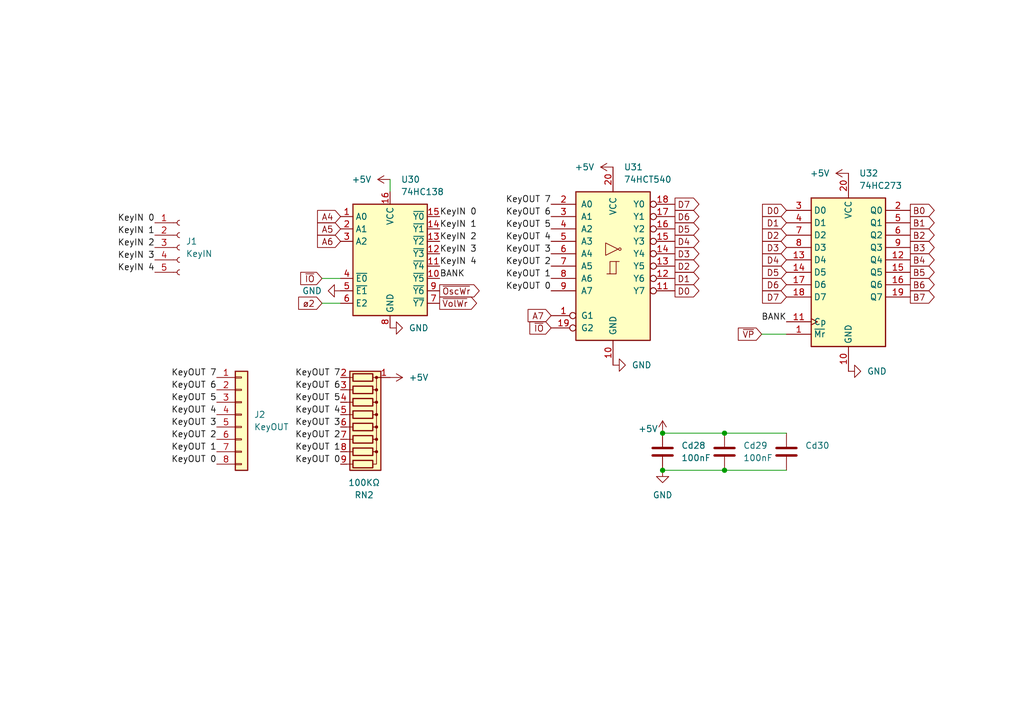
<source format=kicad_sch>
(kicad_sch (version 20231120) (generator "eeschema") (generator_version "8.0")
  (paper "A5")
  (title_block (title "I/O"))
  (lib_symbols
    (symbol "74xx:74AHC273"
      (property "Reference" "U" (at -7.62 16.51 0))
      (property "Value" "74AHC273" (at -7.62 -16.51 0))
      (symbol "74AHC273_1_0"
        (pin input line (at -12.7 -12.7 0) (length 5.08) (name "~{Mr}") (number "1"))
        (pin power_in line (at 0 -20.32 90) (length 5.08) (name "GND") (number "10"))
        (pin input clock (at -12.7 -10.16 0) (length 5.08) (name "Cp") (number "11"))
        (pin output line (at 12.7 2.54 180) (length 5.08) (name "Q4") (number "12"))
        (pin input line (at -12.7 2.54 0) (length 5.08) (name "D4") (number "13"))
        (pin input line (at -12.7 0 0) (length 5.08) (name "D5") (number "14"))
        (pin output line (at 12.7 0 180) (length 5.08) (name "Q5") (number "15"))
        (pin output line (at 12.7 -2.54 180) (length 5.08) (name "Q6") (number "16"))
        (pin input line (at -12.7 -2.54 0) (length 5.08) (name "D6") (number "17"))
        (pin input line (at -12.7 -5.08 0) (length 5.08) (name "D7") (number "18"))
        (pin output line (at 12.7 -5.08 180) (length 5.08) (name "Q7") (number "19"))
        (pin output line (at 12.7 12.7 180) (length 5.08) (name "Q0") (number "2"))
        (pin power_in line (at 0 20.32 270) (length 5.08) (name "VCC") (number "20"))
        (pin input line (at -12.7 12.7 0) (length 5.08) (name "D0") (number "3"))
        (pin input line (at -12.7 10.16 0) (length 5.08) (name "D1") (number "4"))
        (pin output line (at 12.7 10.16 180) (length 5.08) (name "Q1") (number "5"))
        (pin output line (at 12.7 7.62 180) (length 5.08) (name "Q2") (number "6"))
        (pin input line (at -12.7 7.62 0) (length 5.08) (name "D2") (number "7"))
        (pin input line (at -12.7 5.08 0) (length 5.08) (name "D3") (number "8"))
        (pin output line (at 12.7 5.08 180) (length 5.08) (name "Q3") (number "9"))
      )
      (symbol "74AHC273_1_1"
        (rectangle (start -7.62 15.24) (end 7.62 -15.24) (stroke (width 0.254)) (fill (type background)))
      )
    )
    (symbol "74xx:74HC138"
      (property "Reference" "U" (at -7.62 13.97 0))
      (property "Value" "74HC138" (at 2.54 -11.43 0))
      (symbol "74HC138_0_1"
        (rectangle (start -7.62 12.7) (end 7.62 -10.16) (stroke (width 0.254)) (fill (type background)))
      )
      (symbol "74HC138_1_1"
        (pin input line (at -10.16 10.16 0) (length 2.54) (name "A0") (number "1"))
        (pin output line (at 10.16 -2.54 180) (length 2.54) (name "~{Y5}") (number "10"))
        (pin output line (at 10.16 0 180) (length 2.54) (name "~{Y4}") (number "11"))
        (pin output line (at 10.16 2.54 180) (length 2.54) (name "~{Y3}") (number "12"))
        (pin output line (at 10.16 5.08 180) (length 2.54) (name "~{Y2}") (number "13"))
        (pin output line (at 10.16 7.62 180) (length 2.54) (name "~{Y1}") (number "14"))
        (pin output line (at 10.16 10.16 180) (length 2.54) (name "~{Y0}") (number "15"))
        (pin power_in line (at 0 15.24 270) (length 2.54) (name "VCC") (number "16"))
        (pin input line (at -10.16 7.62 0) (length 2.54) (name "A1") (number "2"))
        (pin input line (at -10.16 5.08 0) (length 2.54) (name "A2") (number "3"))
        (pin input line (at -10.16 -2.54 0) (length 2.54) (name "~{E0}") (number "4"))
        (pin input line (at -10.16 -5.08 0) (length 2.54) (name "~{E1}") (number "5"))
        (pin input line (at -10.16 -7.62 0) (length 2.54) (name "E2") (number "6"))
        (pin output line (at 10.16 -7.62 180) (length 2.54) (name "~{Y7}") (number "7"))
        (pin power_in line (at 0 -12.7 90) (length 2.54) (name "GND") (number "8"))
        (pin output line (at 10.16 -5.08 180) (length 2.54) (name "~{Y6}") (number "9"))
      )
    )
    (symbol "74xx:74LS540" (pin_names (offset 1.016))
      (property "Reference" "U" (at -7.62 16.51 0))
      (property "Value" "74LS540" (at -7.62 -16.51 0))
      (symbol "74LS540_1_0"
        (polyline (pts (xy -0.635 -1.6002) (xy -0.635 0.9398) (xy 0.635 0.9398)))
        (polyline (pts (xy -1.27 -1.6002) (xy 0.635 -1.6002) (xy 0.635 0.9398) (xy 1.27 0.9398)))
        (polyline (pts (xy 1.016 3.4798) (xy -1.524 4.7498) (xy -1.524 2.2098) (xy 1.016 3.4798)) (stroke (width 0.1524)))
        (circle (center 1.397 3.4798) (radius 0.254) (stroke (width 0.1524)))
        (pin input inverted (at -12.7 -10.16 0) (length 5.08) (name "G1") (number "1"))
        (pin power_in line (at 0 -20.32 90) (length 5.08) (name "GND") (number "10"))
        (pin tri_state inverted (at 12.7 -5.08 180) (length 5.08) (name "Y7") (number "11"))
        (pin tri_state inverted (at 12.7 -2.54 180) (length 5.08) (name "Y6") (number "12"))
        (pin tri_state inverted (at 12.7 0 180) (length 5.08) (name "Y5") (number "13"))
        (pin tri_state inverted (at 12.7 2.54 180) (length 5.08) (name "Y4") (number "14"))
        (pin tri_state inverted (at 12.7 5.08 180) (length 5.08) (name "Y3") (number "15"))
        (pin tri_state inverted (at 12.7 7.62 180) (length 5.08) (name "Y2") (number "16"))
        (pin tri_state inverted (at 12.7 10.16 180) (length 5.08) (name "Y1") (number "17"))
        (pin tri_state inverted (at 12.7 12.7 180) (length 5.08) (name "Y0") (number "18"))
        (pin input inverted (at -12.7 -12.7 0) (length 5.08) (name "G2") (number "19"))
        (pin input line (at -12.7 12.7 0) (length 5.08) (name "A0") (number "2"))
        (pin power_in line (at 0 20.32 270) (length 5.08) (name "VCC") (number "20"))
        (pin input line (at -12.7 10.16 0) (length 5.08) (name "A1") (number "3"))
        (pin input line (at -12.7 7.62 0) (length 5.08) (name "A2") (number "4"))
        (pin input line (at -12.7 5.08 0) (length 5.08) (name "A3") (number "5"))
        (pin input line (at -12.7 2.54 0) (length 5.08) (name "A4") (number "6"))
        (pin input line (at -12.7 0 0) (length 5.08) (name "A5") (number "7"))
        (pin input line (at -12.7 -2.54 0) (length 5.08) (name "A6") (number "8"))
        (pin input line (at -12.7 -5.08 0) (length 5.08) (name "A7") (number "9"))
      )
      (symbol "74LS540_1_1"
        (rectangle (start -7.62 15.24) (end 7.62 -15.24) (stroke (width 0.254)) (fill (type background)))
      )
    )
    (symbol "Connector:Conn_01x05_Socket" (pin_names (offset 1.016) hide)
      (property "Reference" "J" (at 0 7.62 0))
      (property "Value" "Conn_01x05_Socket" (at 0 -7.62 0))
      (symbol "Conn_01x05_Socket_1_1"
        (arc (start 0 -4.572) (mid -0.5058 -5.08) (end 0 -5.588) (stroke (width 0.1524)))
        (arc (start 0 -2.032) (mid -0.5058 -2.54) (end 0 -3.048) (stroke (width 0.1524)))
        (polyline (pts (xy -1.27 -5.08) (xy -0.508 -5.08)) (stroke (width 0.1524)))
        (polyline (pts (xy -1.27 -2.54) (xy -0.508 -2.54)) (stroke (width 0.1524)))
        (polyline (pts (xy -1.27 0) (xy -0.508 0)) (stroke (width 0.1524)))
        (polyline (pts (xy -1.27 2.54) (xy -0.508 2.54)) (stroke (width 0.1524)))
        (polyline (pts (xy -1.27 5.08) (xy -0.508 5.08)) (stroke (width 0.1524)))
        (arc (start 0 0.508) (mid -0.5058 0) (end 0 -0.508) (stroke (width 0.1524)))
        (arc (start 0 3.048) (mid -0.5058 2.54) (end 0 2.032) (stroke (width 0.1524)))
        (arc (start 0 5.588) (mid -0.5058 5.08) (end 0 4.572) (stroke (width 0.1524)))
        (pin passive line (at -5.08 5.08 0) (length 3.81) (name "Pin_1") (number "1"))
        (pin passive line (at -5.08 2.54 0) (length 3.81) (name "Pin_2") (number "2"))
        (pin passive line (at -5.08 0 0) (length 3.81) (name "Pin_3") (number "3"))
        (pin passive line (at -5.08 -2.54 0) (length 3.81) (name "Pin_4") (number "4"))
        (pin passive line (at -5.08 -5.08 0) (length 3.81) (name "Pin_5") (number "5"))
      )
    )
    (symbol "Connector_Generic:Conn_01x08" (pin_names (offset 1.016) hide)
      (property "Reference" "J" (at 0 10.16 0))
      (property "Value" "Conn_01x08" (at 0 -12.7 0))
      (symbol "Conn_01x08_1_1"
        (rectangle (start -1.27 -10.033) (end 0 -10.287) (stroke (width 0.1524)))
        (rectangle (start -1.27 -7.493) (end 0 -7.747) (stroke (width 0.1524)))
        (rectangle (start -1.27 -4.953) (end 0 -5.207) (stroke (width 0.1524)))
        (rectangle (start -1.27 -2.413) (end 0 -2.667) (stroke (width 0.1524)))
        (rectangle (start -1.27 0.127) (end 0 -0.127) (stroke (width 0.1524)))
        (rectangle (start -1.27 2.667) (end 0 2.413) (stroke (width 0.1524)))
        (rectangle (start -1.27 5.207) (end 0 4.953) (stroke (width 0.1524)))
        (rectangle (start -1.27 7.747) (end 0 7.493) (stroke (width 0.1524)))
        (rectangle (start -1.27 8.89) (end 1.27 -11.43) (stroke (width 0.254)) (fill (type background)))
        (pin passive line (at -5.08 7.62 0) (length 3.81) (name "Pin_1") (number "1"))
        (pin passive line (at -5.08 5.08 0) (length 3.81) (name "Pin_2") (number "2"))
        (pin passive line (at -5.08 2.54 0) (length 3.81) (name "Pin_3") (number "3"))
        (pin passive line (at -5.08 0 0) (length 3.81) (name "Pin_4") (number "4"))
        (pin passive line (at -5.08 -2.54 0) (length 3.81) (name "Pin_5") (number "5"))
        (pin passive line (at -5.08 -5.08 0) (length 3.81) (name "Pin_6") (number "6"))
        (pin passive line (at -5.08 -7.62 0) (length 3.81) (name "Pin_7") (number "7"))
        (pin passive line (at -5.08 -10.16 0) (length 3.81) (name "Pin_8") (number "8"))
      )
    )
    (symbol "Device:C" (pin_numbers hide) (pin_names (offset 0.254))
      (property "Reference" "C" (at 0.635 2.54 0))
      (property "Value" "C" (at 0.635 -2.54 0))
      (symbol "C_0_1"
        (polyline (pts (xy -2.032 -0.762) (xy 2.032 -0.762)) (stroke (width 0.508)))
        (polyline (pts (xy -2.032 0.762) (xy 2.032 0.762)) (stroke (width 0.508)))
      )
      (symbol "C_1_1"
        (pin passive line (at 0 3.81 270) (length 2.794) (name "~") (number "1"))
        (pin passive line (at 0 -3.81 90) (length 2.794) (name "~") (number "2"))
      )
    )
    (symbol "Device:R_Network08" (pin_names (offset 0) hide)
      (property "Reference" "RN" (at -12.7 0 90))
      (property "Value" "R_Network08" (at 10.16 0 90))
      (symbol "R_Network08_0_1"
        (rectangle (start -11.43 -3.175) (end 8.89 3.175) (stroke (width 0.254)) (fill (type background)))
        (rectangle (start -10.922 1.524) (end -9.398 -2.54) (stroke (width 0.254)))
        (circle (center -10.16 2.286) (radius 0.254) (fill (type outline)))
        (rectangle (start -8.382 1.524) (end -6.858 -2.54) (stroke (width 0.254)))
        (circle (center -7.62 2.286) (radius 0.254) (fill (type outline)))
        (rectangle (start -5.842 1.524) (end -4.318 -2.54) (stroke (width 0.254)))
        (circle (center -5.08 2.286) (radius 0.254) (fill (type outline)))
        (rectangle (start -3.302 1.524) (end -1.778 -2.54) (stroke (width 0.254)))
        (circle (center -2.54 2.286) (radius 0.254) (fill (type outline)))
        (rectangle (start -0.762 1.524) (end 0.762 -2.54) (stroke (width 0.254)))
        (polyline (pts (xy -10.16 -2.54) (xy -10.16 -3.81)))
        (polyline (pts (xy -7.62 -2.54) (xy -7.62 -3.81)))
        (polyline (pts (xy -5.08 -2.54) (xy -5.08 -3.81)))
        (polyline (pts (xy -2.54 -2.54) (xy -2.54 -3.81)))
        (polyline (pts (xy 0 -2.54) (xy 0 -3.81)))
        (polyline (pts (xy 2.54 -2.54) (xy 2.54 -3.81)))
        (polyline (pts (xy 5.08 -2.54) (xy 5.08 -3.81)))
        (polyline (pts (xy 7.62 -2.54) (xy 7.62 -3.81)))
        (polyline (pts (xy -10.16 1.524) (xy -10.16 2.286) (xy -7.62 2.286) (xy -7.62 1.524)))
        (polyline (pts (xy -7.62 1.524) (xy -7.62 2.286) (xy -5.08 2.286) (xy -5.08 1.524)))
        (polyline (pts (xy -5.08 1.524) (xy -5.08 2.286) (xy -2.54 2.286) (xy -2.54 1.524)))
        (polyline (pts (xy -2.54 1.524) (xy -2.54 2.286) (xy 0 2.286) (xy 0 1.524)))
        (polyline (pts (xy 0 1.524) (xy 0 2.286) (xy 2.54 2.286) (xy 2.54 1.524)))
        (polyline (pts (xy 2.54 1.524) (xy 2.54 2.286) (xy 5.08 2.286) (xy 5.08 1.524)))
        (polyline (pts (xy 5.08 1.524) (xy 5.08 2.286) (xy 7.62 2.286) (xy 7.62 1.524)))
        (circle (center 0 2.286) (radius 0.254) (fill (type outline)))
        (rectangle (start 1.778 1.524) (end 3.302 -2.54) (stroke (width 0.254)))
        (circle (center 2.54 2.286) (radius 0.254) (fill (type outline)))
        (rectangle (start 4.318 1.524) (end 5.842 -2.54) (stroke (width 0.254)))
        (circle (center 5.08 2.286) (radius 0.254) (fill (type outline)))
        (rectangle (start 6.858 1.524) (end 8.382 -2.54) (stroke (width 0.254)))
      )
      (symbol "R_Network08_1_1"
        (pin passive line (at -10.16 5.08 270) (length 2.54) (name "common") (number "1"))
        (pin passive line (at -10.16 -5.08 90) (length 1.27) (name "R1") (number "2"))
        (pin passive line (at -7.62 -5.08 90) (length 1.27) (name "R2") (number "3"))
        (pin passive line (at -5.08 -5.08 90) (length 1.27) (name "R3") (number "4"))
        (pin passive line (at -2.54 -5.08 90) (length 1.27) (name "R4") (number "5"))
        (pin passive line (at 0 -5.08 90) (length 1.27) (name "R5") (number "6"))
        (pin passive line (at 2.54 -5.08 90) (length 1.27) (name "R6") (number "7"))
        (pin passive line (at 5.08 -5.08 90) (length 1.27) (name "R7") (number "8"))
        (pin passive line (at 7.62 -5.08 90) (length 1.27) (name "R8") (number "9"))
      )
    )
    (symbol "power:+5V" (power) (pin_names (offset 0))
      (property "Value" "+5V" (at 0 3.556 0))
      (symbol "+5V_0_1"
        (polyline (pts (xy -0.762 1.27) (xy 0 2.54)))
        (polyline (pts (xy 0 0) (xy 0 2.54)))
        (polyline (pts (xy 0 2.54) (xy 0.762 1.27)))
      )
      (symbol "+5V_1_1"
        (pin power_in line (at 0 0 90) (length 0) hide (name "+5V") (number "1"))
      )
    )
    (symbol "power:GND" (power) (pin_names (offset 0))
      (property "Value" "GND" (at 0 -3.81 0))
      (symbol "GND_0_1"
        (polyline (pts (xy 0 0) (xy 0 -1.27) (xy 1.27 -1.27) (xy 0 -2.54) (xy -1.27 -1.27) (xy 0 -1.27)))
      )
      (symbol "GND_1_1"
        (pin power_in line (at 0 0 270) (length 0) hide (name "GND") (number "1"))
      )
    )
  )
  (junction (at 148.59 88.9))
  (junction (at 135.89 96.52))
  (junction (at 135.89 88.9))
  (junction (at 148.59 96.52))
  (wire (pts (xy 80.01 36.83) (xy 80.01 39.37)))
  (wire (pts (xy 135.89 96.52) (xy 148.59 96.52)))
  (wire (pts (xy 148.59 88.9) (xy 161.29 88.9)))
  (wire (pts (xy 66.04 57.15) (xy 69.85 57.15)))
  (wire (pts (xy 66.04 62.23) (xy 69.85 62.23)))
  (wire (pts (xy 156.21 68.58) (xy 161.29 68.58)))
  (wire (pts (xy 148.59 96.52) (xy 161.29 96.52)))
  (wire (pts (xy 135.89 88.9) (xy 148.59 88.9)))
  (label "KeyOUT 2" (at 69.85 90.17 180))
  (label "KeyIN 1" (at 31.75 48.26 180))
  (label "KeyIN 3" (at 31.75 53.34 180))
  (label "KeyIN 4" (at 31.75 55.88 180))
  (label "KeyIN 3" (at 90.17 52.07 0))
  (label "KeyIN 4" (at 90.17 54.61 0))
  (label "KeyOUT 7" (at 69.85 77.47 180))
  (label "KeyOUT 0" (at 113.03 59.69 180))
  (label "KeyIN 2" (at 90.17 49.53 0))
  (label "KeyOUT 2" (at 113.03 54.61 180))
  (label "KeyOUT 1" (at 44.45 92.71 180))
  (label "KeyOUT 1" (at 113.03 57.15 180))
  (label "KeyOUT 2" (at 44.45 90.17 180))
  (label "KeyOUT 4" (at 44.45 85.09 180))
  (label "KeyOUT 3" (at 44.45 87.63 180))
  (label "KeyIN 2" (at 31.75 50.8 180))
  (label "KeyOUT 3" (at 69.85 87.63 180))
  (label "BANK" (at 90.17 57.15 0))
  (label "KeyOUT 4" (at 113.03 49.53 180))
  (label "KeyOUT 6" (at 69.85 80.01 180))
  (label "KeyOUT 5" (at 69.85 82.55 180))
  (label "KeyOUT 0" (at 69.85 95.25 180))
  (label "KeyOUT 0" (at 44.45 95.25 180))
  (label "KeyOUT 1" (at 69.85 92.71 180))
  (label "KeyOUT 4" (at 69.85 85.09 180))
  (label "KeyOUT 5" (at 113.03 46.99 180))
  (label "KeyIN 1" (at 90.17 46.99 0))
  (label "KeyOUT 6" (at 113.03 44.45 180))
  (label "KeyOUT 6" (at 44.45 80.01 180))
  (label "KeyOUT 7" (at 44.45 77.47 180))
  (label "KeyIN 0" (at 90.17 44.45 0))
  (label "KeyOUT 3" (at 113.03 52.07 180))
  (label "KeyOUT 5" (at 44.45 82.55 180))
  (label "BANK" (at 161.29 66.04 180))
  (label "KeyOUT 7" (at 113.03 41.91 180))
  (label "KeyIN 0" (at 31.75 45.72 180))
  (global_label "~{IO}" (shape input) (at 113.03 67.31 180) (property "Intersheetrefs" "${INTERSHEET_REFS}" (effects (hide yes))))
  (global_label "ø2" (shape input) (at 66.04 62.23 180) (property "Intersheetrefs" "${INTERSHEET_REFS}" (effects (hide yes))))
  (global_label "D1" (shape input) (at 161.29 45.72 180) (property "Intersheetrefs" "${INTERSHEET_REFS}" (effects (hide yes))))
  (global_label "D0" (shape input) (at 161.29 43.18 180) (property "Intersheetrefs" "${INTERSHEET_REFS}" (effects (hide yes))))
  (global_label "D3" (shape input) (at 161.29 50.8 180) (property "Intersheetrefs" "${INTERSHEET_REFS}" (effects (hide yes))))
  (global_label "D6" (shape input) (at 161.29 58.42 180) (property "Intersheetrefs" "${INTERSHEET_REFS}" (effects (hide yes))))
  (global_label "A7" (shape input) (at 113.03 64.77 180) (property "Intersheetrefs" "${INTERSHEET_REFS}" (effects (hide yes))))
  (global_label "D2" (shape input) (at 161.29 48.26 180) (property "Intersheetrefs" "${INTERSHEET_REFS}" (effects (hide yes))))
  (global_label "~{IO}" (shape input) (at 66.04 57.15 180) (property "Intersheetrefs" "${INTERSHEET_REFS}" (effects (hide yes))))
  (global_label "D5" (shape input) (at 161.29 55.88 180) (property "Intersheetrefs" "${INTERSHEET_REFS}" (effects (hide yes))))
  (global_label "B3" (shape output) (at 186.69 50.8 0) (property "Intersheetrefs" "${INTERSHEET_REFS}" (effects (hide yes))))
  (global_label "B2" (shape output) (at 186.69 48.26 0) (property "Intersheetrefs" "${INTERSHEET_REFS}" (effects (hide yes))))
  (global_label "B4" (shape output) (at 186.69 53.34 0) (property "Intersheetrefs" "${INTERSHEET_REFS}" (effects (hide yes))))
  (global_label "B7" (shape output) (at 186.69 60.96 0) (property "Intersheetrefs" "${INTERSHEET_REFS}" (effects (hide yes))))
  (global_label "D7" (shape output) (at 138.43 41.91 0) (property "Intersheetrefs" "${INTERSHEET_REFS}" (effects (hide yes))))
  (global_label "B6" (shape output) (at 186.69 58.42 0) (property "Intersheetrefs" "${INTERSHEET_REFS}" (effects (hide yes))))
  (global_label "D6" (shape output) (at 138.43 44.45 0) (property "Intersheetrefs" "${INTERSHEET_REFS}" (effects (hide yes))))
  (global_label "A6" (shape input) (at 69.85 49.53 180) (property "Intersheetrefs" "${INTERSHEET_REFS}" (effects (hide yes))))
  (global_label "D5" (shape output) (at 138.43 46.99 0) (property "Intersheetrefs" "${INTERSHEET_REFS}" (effects (hide yes))))
  (global_label "D4" (shape output) (at 138.43 49.53 0) (property "Intersheetrefs" "${INTERSHEET_REFS}" (effects (hide yes))))
  (global_label "D2" (shape output) (at 138.43 54.61 0) (property "Intersheetrefs" "${INTERSHEET_REFS}" (effects (hide yes))))
  (global_label "D3" (shape output) (at 138.43 52.07 0) (property "Intersheetrefs" "${INTERSHEET_REFS}" (effects (hide yes))))
  (global_label "A5" (shape input) (at 69.85 46.99 180) (property "Intersheetrefs" "${INTERSHEET_REFS}" (effects (hide yes))))
  (global_label "B5" (shape output) (at 186.69 55.88 0) (property "Intersheetrefs" "${INTERSHEET_REFS}" (effects (hide yes))))
  (global_label "B0" (shape output) (at 186.69 43.18 0) (property "Intersheetrefs" "${INTERSHEET_REFS}" (effects (hide yes))))
  (global_label "~{VolWr}" (shape output) (at 90.17 62.23 0) (property "Intersheetrefs" "${INTERSHEET_REFS}" (effects (hide yes))))
  (global_label "B1" (shape output) (at 186.69 45.72 0) (property "Intersheetrefs" "${INTERSHEET_REFS}" (effects (hide yes))))
  (global_label "~{OscWr}" (shape output) (at 90.17 59.69 0) (property "Intersheetrefs" "${INTERSHEET_REFS}" (effects (hide yes))))
  (global_label "D4" (shape input) (at 161.29 53.34 180) (property "Intersheetrefs" "${INTERSHEET_REFS}" (effects (hide yes))))
  (global_label "~{VP}" (shape input) (at 156.21 68.58 180) (property "Intersheetrefs" "${INTERSHEET_REFS}" (effects (hide yes))))
  (global_label "A4" (shape input) (at 69.85 44.45 180) (property "Intersheetrefs" "${INTERSHEET_REFS}" (effects (hide yes))))
  (global_label "D0" (shape output) (at 138.43 59.69 0) (property "Intersheetrefs" "${INTERSHEET_REFS}" (effects (hide yes))))
  (global_label "D7" (shape input) (at 161.29 60.96 180) (property "Intersheetrefs" "${INTERSHEET_REFS}" (effects (hide yes))))
  (global_label "D1" (shape output) (at 138.43 57.15 0) (property "Intersheetrefs" "${INTERSHEET_REFS}" (effects (hide yes))))
  (symbol (lib_id "power:GND") (at 69.85 59.69 270) (unit 1)
    (property "Reference" "#PWR0130" (effects (hide yes)))
    (property "Value" "GND" (at 66.04 59.69 90) (effects (justify right)))
  )
  (symbol (lib_id "74xx:74LS540") (at 125.73 54.61 0) (unit 1)
    (property "Reference" "U31" (at 127.9241 34.29 0) (effects (justify left)))
    (property "Value" "74HCT540" (at 127.9241 36.83 0) (effects (justify left)))
    (property "Footprint" "PCM_Package_DIP_AKL:DIP-20_W7.62mm_Socket_LongPads" (effects (hide yes)))
    (property "Datasheet" "http://www.ti.com/lit/gpn/sn74LS540" (effects (hide yes)))
  )
  (symbol (lib_id "power:GND") (at 135.89 96.52 0) (unit 1)
    (property "Reference" "#PWR0138" (effects (hide yes)))
    (property "Value" "GND" (at 135.89 101.6 0))
  )
  (symbol (lib_id "power:+5V") (at 80.01 77.47 270) (unit 1)
    (property "Reference" "#PWR0134" (effects (hide yes)))
    (property "Value" "+5V" (at 83.82 77.47 90) (effects (justify left)))
  )
  (symbol (lib_id "power:GND") (at 173.99 76.2 90) (unit 1)
    (property "Reference" "#PWR0140" (effects (hide yes)))
    (property "Value" "GND" (at 177.8 76.2 90) (effects (justify right)))
  )
  (symbol (lib_id "power:+5V") (at 173.99 35.56 90) (unit 1)
    (property "Reference" "#PWR0139" (effects (hide yes)))
    (property "Value" "+5V" (at 170.18 35.56 90) (effects (justify left)))
  )
  (symbol (lib_id "Device:C") (at 161.29 92.71 0) (unit 1)
    (property "Reference" "Cd30" (at 165.1 91.44 0) (effects (justify left)))
    (property "Value" "100nF" (effects (hide yes)))
    (property "Footprint" "Capacitor_THT:C_Disc_D3.0mm_W2.0mm_P2.50mm" (effects (hide yes)))
  )
  (symbol (lib_id "power:+5V") (at 135.89 88.9 0) (unit 1)
    (property "Reference" "#PWR0137" (effects (hide yes)))
    (property "Value" "+5V" (at 132.9051 88.0061 0))
  )
  (symbol (lib_id "Device:C") (at 148.59 92.71 0) (unit 1)
    (property "Reference" "Cd29" (at 152.4 91.44 0) (effects (justify left)))
    (property "Value" "100nF" (at 152.4 93.98 0) (effects (justify left)))
    (property "Footprint" "Capacitor_THT:C_Disc_D3.0mm_W2.0mm_P2.50mm" (effects (hide yes)))
  )
  (symbol (lib_id "Device:R_Network08") (at 74.93 87.63 270) (unit 1)
    (property "Reference" "RN2" (at 74.676 101.6 90))
    (property "Value" "100KΩ" (at 74.676 99.06 90))
    (property "Footprint" "Resistor_THT:R_Array_SIP9" (effects (hide yes)))
    (property "Datasheet" "http://www.vishay.com/docs/31509/csc.pdf" (effects (hide yes)))
  )
  (symbol (lib_id "74xx:74HC138") (at 80.01 54.61 0) (unit 1)
    (property "Reference" "U30" (at 82.2041 36.83 0) (effects (justify left)))
    (property "Value" "74HC138" (at 82.2041 39.37 0) (effects (justify left)))
    (property "Footprint" "PCM_Package_DIP_AKL:DIP-16_W7.62mm_Socket_LongPads" (effects (hide yes)))
    (property "Datasheet" "http://www.ti.com/lit/ds/symlink/cd74hc238.pdf" (effects (hide yes)))
  )
  (symbol (lib_id "Connector:Conn_01x05_Socket") (at 36.83 50.8 0) (unit 1)
    (property "Reference" "J1" (at 38.1 49.53 0) (effects (justify left)))
    (property "Value" "KeyIN" (at 38.1 52.07 0) (effects (justify left)))
    (property "Footprint" "Connector_PinSocket_2.54mm:PinSocket_1x05_P2.54mm_Vertical" (effects (hide yes)))
  )
  (symbol (lib_id "power:GND") (at 80.01 67.31 90) (unit 1)
    (property "Reference" "#PWR0133" (effects (hide yes)))
    (property "Value" "GND" (at 83.82 67.31 90) (effects (justify right)))
  )
  (symbol (lib_id "74xx:74AHC273") (at 173.99 55.88 0) (unit 1)
    (property "Reference" "U32" (at 176.1841 35.56 0) (effects (justify left)))
    (property "Value" "74HC273" (at 176.1841 38.1 0) (effects (justify left)))
    (property "Footprint" "PCM_Package_DIP_AKL:DIP-20_W7.62mm_Socket_LongPads" (effects (hide yes)))
    (property "Datasheet" "https://assets.nexperia.com/documents/data-sheet/74AHC_AHCT273.pdf" (effects (hide yes)))
  )
  (symbol (lib_id "power:GND") (at 125.73 74.93 90) (unit 1)
    (property "Reference" "#PWR0136" (effects (hide yes)))
    (property "Value" "GND" (at 129.54 74.93 90) (effects (justify right)))
  )
  (symbol (lib_id "Device:C") (at 135.89 92.71 0) (unit 1)
    (property "Reference" "Cd28" (at 139.7 91.44 0) (effects (justify left)))
    (property "Value" "100nF" (at 139.7 93.98 0) (effects (justify left)))
    (property "Footprint" "Capacitor_THT:C_Disc_D3.0mm_W2.0mm_P2.50mm" (effects (hide yes)))
  )
  (symbol (lib_id "power:+5V") (at 80.01 36.83 90) (unit 1)
    (property "Reference" "#PWR0132" (effects (hide yes)))
    (property "Value" "+5V" (at 76.2 36.83 90) (effects (justify left)))
  )
  (symbol (lib_id "power:+5V") (at 125.73 34.29 90) (unit 1)
    (property "Reference" "#PWR0135" (effects (hide yes)))
    (property "Value" "+5V" (at 121.92 34.29 90) (effects (justify left)))
  )
  (symbol (lib_id "Connector_Generic:Conn_01x08") (at 49.53 85.09 0) (unit 1)
    (property "Reference" "J2" (at 52.07 85.09 0) (effects (justify left)))
    (property "Value" "KeyOUT" (at 52.07 87.63 0) (effects (justify left)))
    (property "Footprint" "Connector_PinHeader_2.54mm:PinHeader_1x08_P2.54mm_Vertical" (effects (hide yes)))
  )
)
</source>
